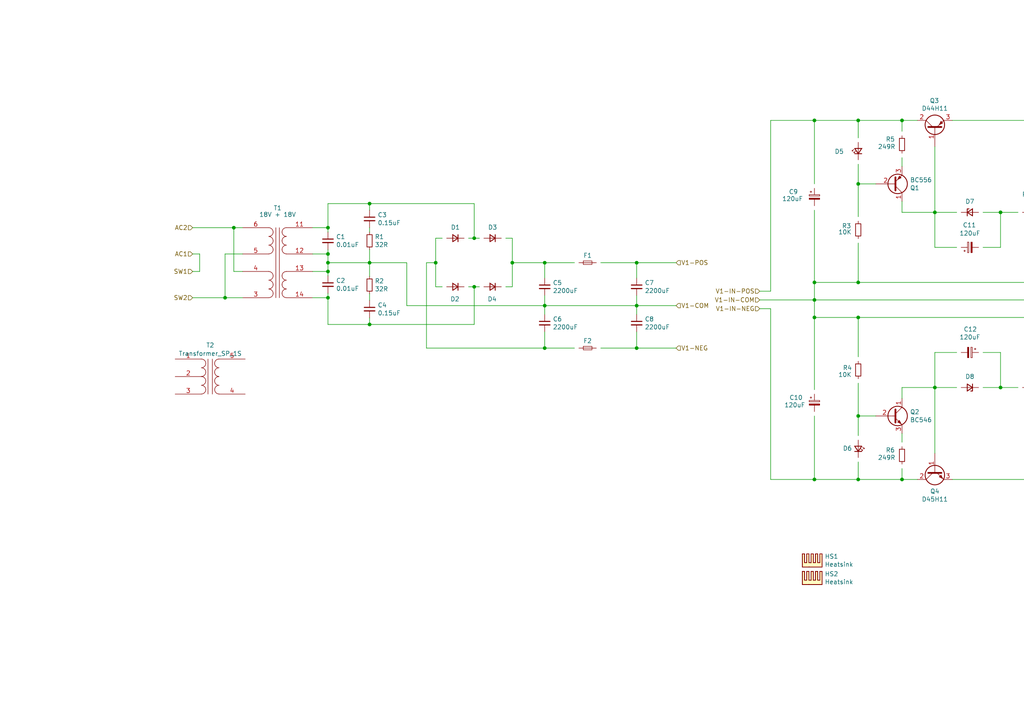
<source format=kicad_sch>
(kicad_sch (version 20230121) (generator eeschema)
  (paper "A4")
  (lib_symbols
    (symbol "Device:C_Polarized_Small" (pin_numbers hide) (pin_names (offset 0.254) hide)
      (property "Reference" "C" (at 0.254 1.778 0))
      (property "Value" "C_Polarized_Small" (at 0.254 -2.032 0))
      (symbol "C_Polarized_Small_0_1"
        (rectangle (start -1.524 -0.3048) (end 1.524 -0.6858) (fill (type outline)))
        (rectangle (start -1.524 0.6858) (end 1.524 0.3048))
        (polyline (pts (xy -1.27 1.524) (xy -0.762 1.524)))
        (polyline (pts (xy -1.016 1.27) (xy -1.016 1.778)))
      )
      (symbol "C_Polarized_Small_1_1"
        (pin passive line (at 0 2.54 270) (length 1.8542) (name "~") (number "1"))
        (pin passive line (at 0 -2.54 90) (length 1.8542) (name "~") (number "2"))
      )
    )
    (symbol "Device:C_Small" (pin_numbers hide) (pin_names (offset 0.254) hide)
      (property "Reference" "C" (at 0.254 1.778 0))
      (property "Value" "C_Small" (at 0.254 -2.032 0))
      (symbol "C_Small_0_1"
        (polyline (pts (xy -1.524 -0.508) (xy 1.524 -0.508)) (stroke (width 0.3302)))
        (polyline (pts (xy -1.524 0.508) (xy 1.524 0.508)) (stroke (width 0.3048)))
      )
      (symbol "C_Small_1_1"
        (pin passive line (at 0 2.54 270) (length 2.032) (name "~") (number "1"))
        (pin passive line (at 0 -2.54 90) (length 2.032) (name "~") (number "2"))
      )
    )
    (symbol "Device:D_Small" (pin_numbers hide) (pin_names (offset 0.254) hide)
      (property "Reference" "D" (at -1.27 2.032 0))
      (property "Value" "D_Small" (at -3.81 -2.032 0))
      (symbol "D_Small_0_1"
        (polyline (pts (xy -0.762 -1.016) (xy -0.762 1.016)) (stroke (width 0.254)))
        (polyline (pts (xy -0.762 0) (xy 0.762 0)))
        (polyline (pts (xy 0.762 -1.016) (xy -0.762 0) (xy 0.762 1.016) (xy 0.762 -1.016)) (stroke (width 0.254)))
      )
      (symbol "D_Small_1_1"
        (pin passive line (at -2.54 0 0) (length 1.778) (name "K") (number "1"))
        (pin passive line (at 2.54 0 180) (length 1.778) (name "A") (number "2"))
      )
    )
    (symbol "Device:D_Zener_Small" (pin_numbers hide) (pin_names (offset 0.254) hide)
      (property "Reference" "D" (at 0 2.286 0))
      (property "Value" "D_Zener_Small" (at 0 -2.286 0))
      (symbol "D_Zener_Small_0_1"
        (polyline (pts (xy 0.762 0) (xy -0.762 0)))
        (polyline (pts (xy -0.254 1.016) (xy -0.762 1.016) (xy -0.762 -1.016)) (stroke (width 0.254)))
        (polyline (pts (xy 0.762 1.016) (xy -0.762 0) (xy 0.762 -1.016) (xy 0.762 1.016)) (stroke (width 0.254)))
      )
      (symbol "D_Zener_Small_1_1"
        (pin passive line (at -2.54 0 0) (length 1.778) (name "K") (number "1"))
        (pin passive line (at 2.54 0 180) (length 1.778) (name "A") (number "2"))
      )
    )
    (symbol "Device:Fuse_Small" (pin_numbers hide) (pin_names (offset 0.254) hide)
      (property "Reference" "F" (at 0 -1.524 0))
      (property "Value" "Fuse_Small" (at 0 1.524 0))
      (symbol "Fuse_Small_0_1"
        (rectangle (start -1.27 0.508) (end 1.27 -0.508))
        (polyline (pts (xy -1.27 0) (xy 1.27 0)))
      )
      (symbol "Fuse_Small_1_1"
        (pin passive line (at -2.54 0 0) (length 1.27) (name "~") (number "1"))
        (pin passive line (at 2.54 0 180) (length 1.27) (name "~") (number "2"))
      )
    )
    (symbol "Device:LED_Small" (pin_numbers hide) (pin_names (offset 0.254) hide)
      (property "Reference" "D" (at -1.27 3.175 0))
      (property "Value" "LED_Small" (at -4.445 -2.54 0))
      (symbol "LED_Small_0_1"
        (polyline (pts (xy -0.762 -1.016) (xy -0.762 1.016)) (stroke (width 0.254)))
        (polyline (pts (xy 1.016 0) (xy -0.762 0)))
        (polyline (pts (xy 0.762 -1.016) (xy -0.762 0) (xy 0.762 1.016) (xy 0.762 -1.016)) (stroke (width 0.254)))
        (polyline (pts (xy 0 0.762) (xy -0.508 1.27) (xy -0.254 1.27) (xy -0.508 1.27) (xy -0.508 1.016)))
        (polyline (pts (xy 0.508 1.27) (xy 0 1.778) (xy 0.254 1.778) (xy 0 1.778) (xy 0 1.524)))
      )
      (symbol "LED_Small_1_1"
        (pin passive line (at -2.54 0 0) (length 1.778) (name "K") (number "1"))
        (pin passive line (at 2.54 0 180) (length 1.778) (name "A") (number "2"))
      )
    )
    (symbol "Device:Q_NPN_BCE" (pin_names (offset 0) hide)
      (property "Reference" "Q" (at 5.08 1.27 0))
      (property "Value" "Q_NPN_BCE" (at 5.08 -1.27 0))
      (symbol "Q_NPN_BCE_0_1"
        (polyline (pts (xy 0.635 0.635) (xy 2.54 2.54)))
        (polyline (pts (xy 0.635 -0.635) (xy 2.54 -2.54) (xy 2.54 -2.54)))
        (polyline (pts (xy 0.635 1.905) (xy 0.635 -1.905) (xy 0.635 -1.905)) (stroke (width 0.508)))
        (polyline (pts (xy 1.27 -1.778) (xy 1.778 -1.27) (xy 2.286 -2.286) (xy 1.27 -1.778) (xy 1.27 -1.778)) (fill (type outline)))
        (circle (center 1.27 0) (radius 2.8194) (stroke (width 0.254)))
      )
      (symbol "Q_NPN_BCE_1_1"
        (pin input line (at -5.08 0 0) (length 5.715) (name "B") (number "1"))
        (pin passive line (at 2.54 5.08 270) (length 2.54) (name "C") (number "2"))
        (pin passive line (at 2.54 -5.08 90) (length 2.54) (name "E") (number "3"))
      )
    )
    (symbol "Device:Q_PNP_BCE" (pin_names (offset 0) hide)
      (property "Reference" "Q" (at 5.08 1.27 0))
      (property "Value" "Q_PNP_BCE" (at 5.08 -1.27 0))
      (symbol "Q_PNP_BCE_0_1"
        (polyline (pts (xy 0.635 0.635) (xy 2.54 2.54)))
        (polyline (pts (xy 0.635 -0.635) (xy 2.54 -2.54) (xy 2.54 -2.54)))
        (polyline (pts (xy 0.635 1.905) (xy 0.635 -1.905) (xy 0.635 -1.905)) (stroke (width 0.508)))
        (polyline (pts (xy 2.286 -1.778) (xy 1.778 -2.286) (xy 1.27 -1.27) (xy 2.286 -1.778) (xy 2.286 -1.778)) (fill (type outline)))
        (circle (center 1.27 0) (radius 2.8194) (stroke (width 0.254)))
      )
      (symbol "Q_PNP_BCE_1_1"
        (pin input line (at -5.08 0 0) (length 5.715) (name "B") (number "1"))
        (pin passive line (at 2.54 5.08 270) (length 2.54) (name "C") (number "2"))
        (pin passive line (at 2.54 -5.08 90) (length 2.54) (name "E") (number "3"))
      )
    )
    (symbol "Device:R_Small" (pin_numbers hide) (pin_names (offset 0.254) hide)
      (property "Reference" "R" (at 0.762 0.508 0))
      (property "Value" "R_Small" (at 0.762 -1.016 0))
      (symbol "R_Small_0_1"
        (rectangle (start -0.762 1.778) (end 0.762 -1.778) (stroke (width 0.2032)))
      )
      (symbol "R_Small_1_1"
        (pin passive line (at 0 2.54 270) (length 0.762) (name "~") (number "1"))
        (pin passive line (at 0 -2.54 90) (length 0.762) (name "~") (number "2"))
      )
    )
    (symbol "Device:Transformer_SP_1S" (pin_names (offset 1.016) hide)
      (property "Reference" "T" (at 0 6.35 0))
      (property "Value" "Transformer_SP_1S" (at 0 -7.62 0))
      (symbol "Transformer_SP_1S_0_1"
        (arc (start -2.54 -5.0546) (mid -1.6599 -4.6901) (end -1.27 -3.81))
        (arc (start -2.54 -2.5146) (mid -1.6599 -2.1501) (end -1.27 -1.27))
        (arc (start -2.54 0.0254) (mid -1.6599 0.3899) (end -1.27 1.27))
        (arc (start -2.54 2.5654) (mid -1.6599 2.9299) (end -1.27 3.81))
        (arc (start -1.27 -3.81) (mid -1.642 -2.912) (end -2.54 -2.54))
        (arc (start -1.27 -1.27) (mid -1.642 -0.372) (end -2.54 0))
        (arc (start -1.27 1.27) (mid -1.642 2.168) (end -2.54 2.54))
        (arc (start -1.27 3.81) (mid -1.642 4.708) (end -2.54 5.08))
        (polyline (pts (xy -0.635 5.08) (xy -0.635 -5.08)))
        (polyline (pts (xy 0.635 -5.08) (xy 0.635 5.08)))
        (arc (start 1.2954 -1.27) (mid 1.6599 -2.1501) (end 2.54 -2.5146))
        (arc (start 1.2954 1.27) (mid 1.6599 0.3899) (end 2.54 0.0254))
        (arc (start 1.2954 3.81) (mid 1.6599 2.9299) (end 2.54 2.5654))
        (arc (start 1.3208 -3.81) (mid 1.6853 -4.6901) (end 2.5654 -5.0546))
        (arc (start 2.54 0) (mid 1.642 -0.372) (end 1.2954 -1.27))
        (arc (start 2.54 2.54) (mid 1.642 2.168) (end 1.2954 1.27))
        (arc (start 2.54 5.08) (mid 1.642 4.708) (end 1.2954 3.81))
        (arc (start 2.5654 -2.54) (mid 1.6674 -2.912) (end 1.3208 -3.81))
      )
      (symbol "Transformer_SP_1S_1_1"
        (pin passive line (at -10.16 5.08 0) (length 7.62) (name "PR1") (number "1"))
        (pin passive line (at -10.16 0 0) (length 7.62) (name "PM") (number "2"))
        (pin passive line (at -10.16 -5.08 0) (length 7.62) (name "PR2") (number "3"))
        (pin passive line (at 10.16 -5.08 180) (length 7.62) (name "S1") (number "4"))
        (pin passive line (at 10.16 5.08 180) (length 7.62) (name "S2") (number "5"))
      )
    )
    (symbol "Mechanical:Heatsink" (pin_names (offset 1.016))
      (property "Reference" "HS" (at 0 5.08 0))
      (property "Value" "Heatsink" (at 0 -1.27 0))
      (symbol "Heatsink_0_1"
        (polyline (pts (xy -0.3302 1.27) (xy -0.9652 1.27) (xy -0.9652 3.81) (xy -1.6002 3.81) (xy -1.6002 1.27) (xy -2.2352 1.27) (xy -2.2352 3.81) (xy -2.8702 3.81) (xy -2.8702 0) (xy -0.9652 0)) (stroke (width 0.254)) (fill (type background)))
        (polyline (pts (xy -0.3302 1.27) (xy -0.3302 3.81) (xy 0.3048 3.81) (xy 0.3048 1.27) (xy 0.9398 1.27) (xy 0.9398 3.81) (xy 1.5748 3.81) (xy 1.5748 1.27) (xy 2.2098 1.27) (xy 2.2098 3.81) (xy 2.8448 3.81) (xy 2.8448 0) (xy -0.9652 0)) (stroke (width 0.254)) (fill (type background)))
      )
    )
    (symbol "Super-Regulator-Combined-rescue:AD825ARZ" (pin_names (offset 0.127))
      (property "Reference" "U" (at 0 6.35 0))
      (property "Value" "AD825ARZ" (at 0 3.81 0))
      (symbol "AD825ARZ_0_1"
        (polyline (pts (xy -5.08 5.08) (xy 5.08 0) (xy -5.08 -5.08) (xy -5.08 5.08)) (stroke (width 0.254)) (fill (type background)))
      )
      (symbol "AD825ARZ_1_1"
        (pin input line (at -7.62 -2.54 0) (length 2.54) (name "-") (number "2"))
        (pin input line (at -7.62 2.54 0) (length 2.54) (name "+") (number "3"))
        (pin power_in line (at -2.54 -7.62 90) (length 3.81) (name "V-") (number "4"))
        (pin output line (at 7.62 0 180) (length 2.54) (name "~") (number "6"))
        (pin power_in line (at -2.54 7.62 270) (length 3.81) (name "V+") (number "7"))
      )
    )
    (symbol "Super-Regulator-Combined-rescue:LM329Z" (pin_names (offset 0.0254) hide)
      (property "Reference" "U" (at 0 2.54 0))
      (property "Value" "LM329Z" (at 0 -3.175 0))
      (symbol "LM329Z_0_1"
        (polyline (pts (xy -1.27 0) (xy 0 0) (xy 1.27 0)))
        (polyline (pts (xy -1.27 -1.27) (xy 0.635 0) (xy -1.27 1.27) (xy -1.27 -1.27)) (stroke (width 0.2032)))
        (polyline (pts (xy 0 -1.27) (xy 0.635 -1.27) (xy 0.635 1.27) (xy 1.27 1.27)) (stroke (width 0.2032)))
      )
      (symbol "LM329Z_1_1"
        (pin passive line (at 3.81 0 180) (length 2.54) (name "K") (number "2"))
        (pin passive line (at -3.81 0 0) (length 2.54) (name "A") (number "3"))
      )
    )
    (symbol "Super-Regulator-Combined-rescue:TalemaTransformer" (pin_names (offset 1.016) hide)
      (property "Reference" "T" (at 0 12.7 0))
      (property "Value" "TalemaTransformer" (at 0 -12.7 0))
      (symbol "TalemaTransformer_1_1"
        (arc (start -2.54 -10.1346) (mid -1.6599 -9.7701) (end -1.2954 -8.89))
        (arc (start -2.54 -7.5946) (mid -1.6599 -7.2301) (end -1.2954 -6.35))
        (arc (start -2.54 -5.0546) (mid -1.6599 -4.6901) (end -1.2954 -3.81))
        (arc (start -2.54 2.5654) (mid -1.6599 2.9299) (end -1.2954 3.81))
        (arc (start -2.54 5.1054) (mid -1.6599 5.4699) (end -1.2954 6.35))
        (arc (start -2.54 7.6454) (mid -1.6599 8.0099) (end -1.2954 8.89))
        (arc (start -1.2954 -8.89) (mid -1.6599 -8.0099) (end -2.54 -7.62))
        (arc (start -1.2954 -6.35) (mid -1.6599 -5.4699) (end -2.54 -5.08))
        (arc (start -1.2954 -3.81) (mid -1.6599 -2.9299) (end -2.54 -2.54))
        (arc (start -1.2954 3.81) (mid -1.6599 4.6901) (end -2.54 5.08))
        (arc (start -1.2954 6.35) (mid -1.6599 7.2301) (end -2.54 7.62))
        (arc (start -1.2954 8.89) (mid -1.6599 9.7701) (end -2.54 10.16))
        (polyline (pts (xy -0.508 -10.16) (xy -0.508 10.16)))
        (polyline (pts (xy 0.508 10.16) (xy 0.508 -10.16)))
        (arc (start 1.2954 -8.89) (mid 1.6599 -9.7701) (end 2.54 -10.1346))
        (arc (start 1.2954 -6.35) (mid 1.6599 -7.2301) (end 2.54 -7.5946))
        (arc (start 1.2954 -3.81) (mid 1.6599 -4.6901) (end 2.54 -5.0546))
        (arc (start 1.2954 3.81) (mid 1.6599 2.9299) (end 2.54 2.5654))
        (arc (start 1.2954 6.35) (mid 1.6599 5.4699) (end 2.54 5.1054))
        (arc (start 1.2954 8.89) (mid 1.6599 8.0099) (end 2.54 7.6454))
        (arc (start 2.54 -7.62) (mid 1.642 -7.992) (end 1.2954 -8.89))
        (arc (start 2.54 -5.08) (mid 1.642 -5.452) (end 1.2954 -6.35))
        (arc (start 2.54 -2.54) (mid 1.642 -2.912) (end 1.2954 -3.81))
        (arc (start 2.54 5.08) (mid 1.642 4.708) (end 1.2954 3.81))
        (arc (start 2.54 7.62) (mid 1.642 7.248) (end 1.2954 6.35))
        (arc (start 2.54 10.16) (mid 1.642 9.788) (end 1.2954 8.89))
        (pin passive line (at 10.16 10.16 180) (length 7.62) (name "OUT1A") (number "11"))
        (pin passive line (at 10.16 2.54 180) (length 7.62) (name "OUT1B") (number "12"))
        (pin passive line (at 10.16 -2.54 180) (length 7.62) (name "OUT2A") (number "13"))
        (pin passive line (at 10.16 -10.16 180) (length 7.62) (name "OUT2B") (number "14"))
        (pin passive line (at -10.16 -10.16 0) (length 7.62) (name "IN2B") (number "3"))
        (pin passive line (at -10.16 -2.54 0) (length 7.62) (name "IN2A") (number "4"))
        (pin passive line (at -10.16 2.54 0) (length 7.62) (name "IN1B") (number "5"))
        (pin passive line (at -10.16 10.16 0) (length 7.62) (name "IN1A") (number "6"))
      )
    )
    (symbol "Transistor_BJT:BC546" (pin_names (offset 0) hide)
      (property "Reference" "Q" (at 5.08 1.905 0))
      (property "Value" "BC546" (at 5.08 0 0))
      (symbol "BC546_0_1"
        (polyline (pts (xy 0 0) (xy 0.635 0)))
        (polyline (pts (xy 0.635 0.635) (xy 2.54 2.54)))
        (polyline (pts (xy 0.635 -0.635) (xy 2.54 -2.54) (xy 2.54 -2.54)))
        (polyline (pts (xy 0.635 1.905) (xy 0.635 -1.905) (xy 0.635 -1.905)) (stroke (width 0.508)))
        (polyline (pts (xy 1.27 -1.778) (xy 1.778 -1.27) (xy 2.286 -2.286) (xy 1.27 -1.778) (xy 1.27 -1.778)) (fill (type outline)))
        (circle (center 1.27 0) (radius 2.8194) (stroke (width 0.254)))
      )
      (symbol "BC546_1_1"
        (pin passive line (at 2.54 5.08 270) (length 2.54) (name "C") (number "1"))
        (pin input line (at -5.08 0 0) (length 5.08) (name "B") (number "2"))
        (pin passive line (at 2.54 -5.08 90) (length 2.54) (name "E") (number "3"))
      )
    )
    (symbol "Transistor_BJT:BC556" (pin_names (offset 0) hide)
      (property "Reference" "Q" (at 5.08 1.905 0))
      (property "Value" "BC556" (at 5.08 0 0))
      (symbol "BC556_0_1"
        (polyline (pts (xy 0.635 0.635) (xy 2.54 2.54)))
        (polyline (pts (xy 0.635 -0.635) (xy 2.54 -2.54) (xy 2.54 -2.54)))
        (polyline (pts (xy 0.635 1.905) (xy 0.635 -1.905) (xy 0.635 -1.905)) (stroke (width 0.508)))
        (polyline (pts (xy 2.286 -1.778) (xy 1.778 -2.286) (xy 1.27 -1.27) (xy 2.286 -1.778) (xy 2.286 -1.778)) (fill (type outline)))
        (circle (center 1.27 0) (radius 2.8194) (stroke (width 0.254)))
      )
      (symbol "BC556_1_1"
        (pin passive line (at 2.54 5.08 270) (length 2.54) (name "C") (number "1"))
        (pin input line (at -5.08 0 0) (length 5.715) (name "B") (number "2"))
        (pin passive line (at 2.54 -5.08 90) (length 2.54) (name "E") (number "3"))
      )
    )
  )
  (junction (at 414.02 94.615))
  (junction (at 431.8 89.535))
  (junction (at 65.278 86.36))
  (junction (at 261.62 34.925))
  (junction (at 384.81 42.545))
  (junction (at 337.82 139.065))
  (junction (at 107.188 76.2))
  (junction (at 148.59 76.2))
  (junction (at 95.123 86.36))
  (junction (at 414.02 86.995))
  (junction (at 271.145 61.595))
  (junction (at 369.57 42.545))
  (junction (at 248.92 81.915))
  (junction (at 414.02 79.375))
  (junction (at 157.988 100.965))
  (junction (at 428.625 122.555))
  (junction (at 322.58 81.915))
  (junction (at 248.92 120.65))
  (junction (at 107.188 59.055))
  (junction (at 271.145 112.395))
  (junction (at 428.625 51.435))
  (junction (at 322.58 92.075))
  (junction (at 236.22 34.925))
  (junction (at 95.123 66.04))
  (junction (at 236.22 92.075))
  (junction (at 384.81 131.445))
  (junction (at 431.8 84.455))
  (junction (at 95.123 73.66))
  (junction (at 392.43 65.405))
  (junction (at 384.81 94.615))
  (junction (at 95.123 78.74))
  (junction (at 322.58 34.925))
  (junction (at 184.658 88.646))
  (junction (at 184.658 100.965))
  (junction (at 261.62 139.065))
  (junction (at 248.92 139.065))
  (junction (at 137.541 69.088))
  (junction (at 414.02 122.555))
  (junction (at 392.43 94.615))
  (junction (at 403.606 51.435))
  (junction (at 290.195 112.395))
  (junction (at 322.58 139.065))
  (junction (at 290.195 61.595))
  (junction (at 95.123 76.2))
  (junction (at 236.22 86.995))
  (junction (at 337.82 34.925))
  (junction (at 184.658 76.2))
  (junction (at 384.81 79.375))
  (junction (at 248.92 53.34))
  (junction (at 392.43 108.585))
  (junction (at 236.22 139.065))
  (junction (at 392.43 79.375))
  (junction (at 414.02 51.435))
  (junction (at 403.606 122.555))
  (junction (at 248.92 34.925))
  (junction (at 107.188 94.107))
  (junction (at 137.541 83.185))
  (junction (at 157.988 76.2))
  (junction (at 236.22 81.915))
  (junction (at 157.988 88.646))
  (junction (at 369.57 131.445))
  (junction (at 248.92 92.075))
  (junction (at 126.365 76.2))
  (junction (at 67.818 66.04))
  (wire (pts (xy 248.92 40.005) (xy 248.92 34.925)))
  (wire (pts (xy 277.495 112.395) (xy 271.145 112.395)))
  (wire (pts (xy 65.278 73.66) (xy 70.358 73.66)))
  (wire (pts (xy 285.115 112.395) (xy 290.195 112.395)))
  (wire (pts (xy 137.541 69.088) (xy 139.065 69.088)))
  (wire (pts (xy 236.22 60.96) (xy 236.22 81.915)))
  (wire (pts (xy 70.358 66.04) (xy 67.818 66.04)))
  (wire (pts (xy 428.625 51.435) (xy 428.625 42.545)))
  (wire (pts (xy 337.82 34.925) (xy 431.8 34.925)))
  (wire (pts (xy 392.43 108.585) (xy 392.43 106.045)))
  (wire (pts (xy 95.123 67.31) (xy 95.123 66.04)))
  (wire (pts (xy 95.123 78.74) (xy 95.123 76.2)))
  (wire (pts (xy 65.278 73.66) (xy 65.278 86.36)))
  (wire (pts (xy 248.92 92.075) (xy 322.58 92.075)))
  (wire (pts (xy 439.42 89.535) (xy 431.8 89.535)))
  (wire (pts (xy 392.43 62.865) (xy 392.43 65.405)))
  (wire (pts (xy 157.988 91.186) (xy 157.988 88.646)))
  (wire (pts (xy 107.188 76.2) (xy 107.188 80.137)))
  (wire (pts (xy 157.988 76.2) (xy 166.624 76.2)))
  (wire (pts (xy 57.912 78.74) (xy 57.912 73.66)))
  (wire (pts (xy 337.82 123.825) (xy 337.82 92.075)))
  (wire (pts (xy 271.145 102.235) (xy 271.145 112.395)))
  (wire (pts (xy 107.188 92.202) (xy 107.188 94.107)))
  (wire (pts (xy 322.58 92.075) (xy 337.82 92.075)))
  (wire (pts (xy 414.02 51.435) (xy 417.83 51.435)))
  (wire (pts (xy 384.81 62.23) (xy 384.81 79.375)))
  (wire (pts (xy 123.698 100.965) (xy 157.988 100.965)))
  (wire (pts (xy 128.27 69.088) (xy 126.365 69.088)))
  (wire (pts (xy 337.82 139.065) (xy 431.8 139.065)))
  (wire (pts (xy 392.43 94.615) (xy 414.02 94.615)))
  (wire (pts (xy 254 53.34) (xy 248.92 53.34)))
  (wire (pts (xy 431.8 84.455) (xy 439.42 84.455)))
  (wire (pts (xy 223.52 84.455) (xy 220.345 84.455)))
  (wire (pts (xy 65.278 86.36) (xy 70.358 86.36)))
  (wire (pts (xy 369.57 114.935) (xy 369.57 94.615)))
  (wire (pts (xy 392.43 75.565) (xy 392.43 79.375)))
  (wire (pts (xy 403.606 55.245) (xy 403.606 51.435)))
  (wire (pts (xy 327.66 109.855) (xy 342.9 109.855)))
  (wire (pts (xy 369.57 42.545) (xy 373.38 42.545)))
  (wire (pts (xy 157.988 96.266) (xy 157.988 100.965)))
  (wire (pts (xy 236.22 81.915) (xy 236.22 86.995)))
  (wire (pts (xy 322.58 139.065) (xy 337.82 139.065)))
  (wire (pts (xy 277.495 61.595) (xy 271.145 61.595)))
  (wire (pts (xy 392.43 98.425) (xy 392.43 94.615)))
  (wire (pts (xy 184.658 88.646) (xy 157.988 88.646)))
  (wire (pts (xy 184.658 88.646) (xy 196.088 88.646)))
  (wire (pts (xy 55.88 66.04) (xy 67.818 66.04)))
  (wire (pts (xy 261.62 61.595) (xy 271.145 61.595)))
  (wire (pts (xy 369.57 94.615) (xy 384.81 94.615)))
  (wire (pts (xy 184.658 91.186) (xy 184.658 88.646)))
  (wire (pts (xy 322.58 81.915) (xy 337.82 81.915)))
  (wire (pts (xy 285.115 61.595) (xy 290.195 61.595)))
  (wire (pts (xy 107.188 94.107) (xy 95.123 94.107)))
  (wire (pts (xy 248.92 126.365) (xy 248.92 120.65)))
  (wire (pts (xy 266.065 34.925) (xy 261.62 34.925)))
  (wire (pts (xy 428.625 131.445) (xy 396.24 131.445)))
  (wire (pts (xy 248.92 53.34) (xy 248.92 62.865)))
  (wire (pts (xy 381 42.545) (xy 384.81 42.545)))
  (wire (pts (xy 414.02 67.945) (xy 414.02 79.375)))
  (wire (pts (xy 428.625 84.455) (xy 431.8 84.455)))
  (wire (pts (xy 261.62 45.72) (xy 261.62 48.26)))
  (wire (pts (xy 135.89 69.088) (xy 137.541 69.088)))
  (wire (pts (xy 403.606 118.745) (xy 403.606 122.555)))
  (wire (pts (xy 184.658 100.965) (xy 196.088 100.965)))
  (wire (pts (xy 369.57 131.445) (xy 373.38 131.445)))
  (wire (pts (xy 358.14 57.785) (xy 358.14 42.545)))
  (wire (pts (xy 248.92 34.925) (xy 236.22 34.925)))
  (wire (pts (xy 337.82 131.445) (xy 337.82 139.065)))
  (wire (pts (xy 327.66 59.055) (xy 344.17 59.055)))
  (wire (pts (xy 95.123 73.66) (xy 95.123 72.39)))
  (wire (pts (xy 392.43 111.125) (xy 392.43 108.585)))
  (wire (pts (xy 431.8 89.535) (xy 431.8 139.065)))
  (wire (pts (xy 184.658 76.2) (xy 196.088 76.2)))
  (wire (pts (xy 392.43 122.555) (xy 403.606 122.555)))
  (wire (pts (xy 403.606 51.435) (xy 414.02 51.435)))
  (wire (pts (xy 369.57 79.375) (xy 384.81 79.375)))
  (wire (pts (xy 135.89 83.185) (xy 137.541 83.185)))
  (wire (pts (xy 236.22 34.925) (xy 223.52 34.925)))
  (wire (pts (xy 236.22 139.065) (xy 223.52 139.065)))
  (wire (pts (xy 117.983 76.2) (xy 117.983 88.646)))
  (wire (pts (xy 107.188 87.122) (xy 107.188 85.217)))
  (wire (pts (xy 95.123 94.107) (xy 95.123 86.36)))
  (wire (pts (xy 384.81 79.375) (xy 392.43 79.375)))
  (wire (pts (xy 174.244 76.2) (xy 184.658 76.2)))
  (wire (pts (xy 392.43 118.745) (xy 392.43 122.555)))
  (wire (pts (xy 344.17 114.935) (xy 344.17 108.585)))
  (wire (pts (xy 248.92 81.915) (xy 322.58 81.915)))
  (wire (pts (xy 107.188 60.96) (xy 107.188 59.055)))
  (wire (pts (xy 425.45 122.555) (xy 428.625 122.555)))
  (wire (pts (xy 414.02 79.375) (xy 414.02 86.995)))
  (wire (pts (xy 126.365 76.2) (xy 123.698 76.2)))
  (wire (pts (xy 392.43 79.375) (xy 414.02 79.375)))
  (wire (pts (xy 369.57 59.055) (xy 369.57 79.375)))
  (wire (pts (xy 392.43 55.245) (xy 392.43 51.435)))
  (wire (pts (xy 248.92 103.505) (xy 248.92 92.075)))
  (wire (pts (xy 431.8 89.535) (xy 428.625 89.535)))
  (wire (pts (xy 266.065 139.065) (xy 261.62 139.065)))
  (wire (pts (xy 392.43 108.585) (xy 403.606 108.585)))
  (wire (pts (xy 428.625 42.545) (xy 396.24 42.545)))
  (wire (pts (xy 358.14 116.205) (xy 358.14 131.445)))
  (wire (pts (xy 236.22 86.995) (xy 414.02 86.995)))
  (wire (pts (xy 342.9 109.855) (xy 342.9 116.205)))
  (wire (pts (xy 392.43 65.405) (xy 403.606 65.405)))
  (wire (pts (xy 261.62 34.925) (xy 261.62 38.1)))
  (wire (pts (xy 344.17 59.055) (xy 344.17 57.785)))
  (wire (pts (xy 428.625 122.555) (xy 428.625 131.445)))
  (wire (pts (xy 236.22 113.03) (xy 236.22 92.075)))
  (wire (pts (xy 95.123 86.36) (xy 95.123 85.09)))
  (wire (pts (xy 223.52 89.535) (xy 223.52 139.065)))
  (wire (pts (xy 384.81 54.61) (xy 384.81 42.545)))
  (wire (pts (xy 344.17 65.405) (xy 392.43 65.405)))
  (wire (pts (xy 90.678 78.74) (xy 95.123 78.74)))
  (wire (pts (xy 431.8 34.925) (xy 431.8 84.455)))
  (wire (pts (xy 137.541 83.185) (xy 139.065 83.185)))
  (wire (pts (xy 236.22 81.915) (xy 248.92 81.915)))
  (wire (pts (xy 184.658 96.266) (xy 184.658 100.965)))
  (wire (pts (xy 327.66 114.935) (xy 344.17 114.935)))
  (wire (pts (xy 261.62 115.57) (xy 261.62 112.395)))
  (wire (pts (xy 157.988 88.646) (xy 157.988 85.725)))
  (wire (pts (xy 261.62 128.27) (xy 261.62 125.73)))
  (wire (pts (xy 223.52 34.925) (xy 223.52 84.455)))
  (wire (pts (xy 137.541 59.055) (xy 137.541 69.088)))
  (wire (pts (xy 95.123 66.04) (xy 95.123 59.055)))
  (wire (pts (xy 271.145 61.595) (xy 271.145 42.545)))
  (wire (pts (xy 337.82 42.545) (xy 337.82 34.925)))
  (wire (pts (xy 90.678 86.36) (xy 95.123 86.36)))
  (wire (pts (xy 384.81 42.545) (xy 388.62 42.545)))
  (wire (pts (xy 95.123 59.055) (xy 107.188 59.055)))
  (wire (pts (xy 337.82 50.165) (xy 337.82 81.915)))
  (wire (pts (xy 290.195 61.595) (xy 295.275 61.595)))
  (wire (pts (xy 236.22 53.34) (xy 236.22 34.925)))
  (wire (pts (xy 290.195 71.755) (xy 285.115 71.755)))
  (wire (pts (xy 290.195 112.395) (xy 295.275 112.395)))
  (wire (pts (xy 277.495 102.235) (xy 271.145 102.235)))
  (wire (pts (xy 369.57 131.445) (xy 369.57 122.555)))
  (wire (pts (xy 107.188 59.055) (xy 137.541 59.055)))
  (wire (pts (xy 248.92 47.625) (xy 248.92 53.34)))
  (wire (pts (xy 107.188 94.107) (xy 137.541 94.107)))
  (wire (pts (xy 148.59 69.088) (xy 148.59 76.2)))
  (wire (pts (xy 107.188 76.2) (xy 117.983 76.2)))
  (wire (pts (xy 392.43 65.405) (xy 392.43 67.945)))
  (wire (pts (xy 55.88 78.74) (xy 57.912 78.74)))
  (wire (pts (xy 290.195 112.395) (xy 290.195 102.235)))
  (wire (pts (xy 276.225 139.065) (xy 322.58 139.065)))
  (wire (pts (xy 146.685 69.088) (xy 148.59 69.088)))
  (wire (pts (xy 403.606 65.405) (xy 403.606 62.865)))
  (wire (pts (xy 236.22 120.65) (xy 236.22 139.065)))
  (wire (pts (xy 381 131.445) (xy 384.81 131.445)))
  (wire (pts (xy 290.195 102.235) (xy 285.115 102.235)))
  (wire (pts (xy 123.698 76.2) (xy 123.698 100.965)))
  (wire (pts (xy 414.02 113.665) (xy 414.02 122.555)))
  (wire (pts (xy 384.81 94.615) (xy 392.43 94.615)))
  (wire (pts (xy 358.14 131.445) (xy 369.57 131.445)))
  (wire (pts (xy 261.62 139.065) (xy 261.62 135.89)))
  (wire (pts (xy 148.59 76.2) (xy 148.59 83.185)))
  (wire (pts (xy 148.59 83.185) (xy 146.685 83.185)))
  (wire (pts (xy 184.658 88.646) (xy 184.658 85.725)))
  (wire (pts (xy 95.123 76.2) (xy 95.123 73.66)))
  (wire (pts (xy 403.606 122.555) (xy 414.02 122.555)))
  (wire (pts (xy 344.17 65.405) (xy 344.17 64.135)))
  (wire (pts (xy 369.57 42.545) (xy 369.57 51.435)))
  (wire (pts (xy 322.58 120.015) (xy 322.58 139.065)))
  (wire (pts (xy 271.145 112.395) (xy 271.145 131.445)))
  (wire (pts (xy 384.81 118.745) (xy 384.81 131.445)))
  (wire (pts (xy 55.88 73.66) (xy 57.912 73.66)))
  (wire (pts (xy 290.195 61.595) (xy 290.195 71.755)))
  (wire (pts (xy 302.895 61.595) (xy 312.42 61.595)))
  (wire (pts (xy 428.625 51.435) (xy 428.625 84.455)))
  (wire (pts (xy 174.244 100.965) (xy 184.658 100.965)))
  (wire (pts (xy 95.123 80.01) (xy 95.123 78.74)))
  (wire (pts (xy 322.58 69.215) (xy 322.58 81.915)))
  (wire (pts (xy 236.22 86.995) (xy 236.22 92.075)))
  (wire (pts (xy 220.345 89.535) (xy 223.52 89.535)))
  (wire (pts (xy 342.9 116.205) (xy 358.14 116.205)))
  (wire (pts (xy 428.625 89.535) (xy 428.625 122.555)))
  (wire (pts (xy 261.62 34.925) (xy 248.92 34.925)))
  (wire (pts (xy 261.62 112.395) (xy 271.145 112.395)))
  (wire (pts (xy 184.658 80.645) (xy 184.658 76.2)))
  (wire (pts (xy 344.17 57.785) (xy 358.14 57.785)))
  (wire (pts (xy 392.43 51.435) (xy 403.606 51.435)))
  (wire (pts (xy 254 120.65) (xy 248.92 120.65)))
  (wire (pts (xy 148.59 76.2) (xy 157.988 76.2)))
  (wire (pts (xy 67.818 78.74) (xy 70.358 78.74)))
  (wire (pts (xy 414.02 86.995) (xy 439.42 86.995)))
  (wire (pts (xy 67.818 66.04) (xy 67.818 78.74)))
  (wire (pts (xy 358.14 42.545) (xy 369.57 42.545)))
  (wire (pts (xy 344.17 64.135) (xy 327.66 64.135)))
  (wire (pts (xy 322.58 104.775) (xy 322.58 92.075)))
  (wire (pts (xy 322.58 34.925) (xy 337.82 34.925)))
  (wire (pts (xy 271.145 71.755) (xy 271.145 61.595)))
  (wire (pts (xy 414.02 60.325) (xy 414.02 51.435)))
  (wire (pts (xy 414.02 94.615) (xy 414.02 86.995)))
  (wire (pts (xy 276.225 34.925) (xy 322.58 34.925)))
  (wire (pts (xy 95.123 66.04) (xy 90.678 66.04)))
  (wire (pts (xy 236.22 92.075) (xy 248.92 92.075)))
  (wire (pts (xy 126.365 69.088) (xy 126.365 76.2)))
  (wire (pts (xy 261.62 139.065) (xy 248.92 139.065)))
  (wire (pts (xy 95.123 76.2) (xy 107.188 76.2)))
  (wire (pts (xy 248.92 120.65) (xy 248.92 111.125)))
  (wire (pts (xy 65.278 86.36) (xy 55.88 86.36)))
  (wire (pts (xy 248.92 133.985) (xy 248.92 139.065)))
  (wire (pts (xy 126.365 83.185) (xy 128.27 83.185)))
  (wire (pts (xy 403.606 108.585) (xy 403.606 111.125)))
  (wire (pts (xy 107.188 67.31) (xy 107.188 66.04)))
  (wire (pts (xy 414.02 106.045) (xy 414.02 94.615)))
  (wire (pts (xy 117.983 88.646) (xy 157.988 88.646)))
  (wire (pts (xy 248.92 70.485) (xy 248.92 81.915)))
  (wire (pts (xy 414.02 122.555) (xy 417.83 122.555)))
  (wire (pts (xy 220.345 86.995) (xy 236.22 86.995)))
  (wire (pts (xy 322.58 53.975) (xy 322.58 34.925)))
  (wire (pts (xy 248.92 139.065) (xy 236.22 139.065)))
  (wire (pts (xy 302.895 112.395) (xy 312.42 112.395)))
  (wire (pts (xy 107.188 72.39) (xy 107.188 76.2)))
  (wire (pts (xy 425.45 51.435) (xy 428.625 51.435)))
  (wire (pts (xy 137.541 83.185) (xy 137.541 94.107)))
  (wire (pts (xy 384.81 94.615) (xy 384.81 111.125)))
  (wire (pts (xy 90.678 73.66) (xy 95.123 73.66)))
  (wire (pts (xy 277.495 71.755) (xy 271.145 71.755)))
  (wire (pts (xy 384.81 131.445) (xy 388.62 131.445)))
  (wire (pts (xy 126.365 76.2) (xy 126.365 83.185)))
  (wire (pts (xy 261.62 58.42) (xy 261.62 61.595)))
  (wire (pts (xy 157.988 100.965) (xy 166.624 100.965)))
  (wire (pts (xy 157.988 80.645) (xy 157.988 76.2)))
  (wire (pts (xy 344.17 108.585) (xy 392.43 108.585)))
  (hierarchical_label "AC1" (shape input) (at 55.88 73.66 180))
  (hierarchical_label "SW1" (shape input) (at 55.88 78.74 180))
  (hierarchical_label "V1-IN-POS" (shape input) (at 220.345 84.455 180))
  (hierarchical_label "V1-OUT-COM" (shape input) (at 439.42 86.995 0))
  (hierarchical_label "V1-COM" (shape input) (at 196.088 88.646 0))
  (hierarchical_label "V1-NEG" (shape input) (at 196.088 100.965 0))
  (hierarchical_label "V1-POS" (shape input) (at 196.088 76.2 0))
  (hierarchical_label "V1-OUT-NEG" (shape input) (at 439.42 89.535 0))
  (hierarchical_label "V1-IN-COM" (shape input) (at 220.345 86.995 180))
  (hierarchical_label "V1-IN-NEG" (shape input) (at 220.345 89.535 180))
  (hierarchical_label "AC2" (shape input) (at 55.88 66.04 180))
  (hierarchical_label "SW2" (shape input) (at 55.88 86.36 180))
  (hierarchical_label "V1-OUT-POS" (shape input) (at 439.42 84.455 0))
  (symbol (lib_id "Device:R_Small") (at 299.085 112.395 270) (mirror x) (unit 1)
    (property "Reference" "R8" (at 296.672 106.934 90) (effects (justify left)))
    (property "Value" "10R" (at 297.18 109.22 90) (effects (justify left)))
    (property "Footprint" "Resistor_THT:R_Axial_DIN0207_L6.3mm_D2.5mm_P10.16mm_Horizontal" (effects hide))
  )
  (symbol (lib_id "Device:D_Zener_Small") (at 281.305 61.595 0) (unit 1)
    (property "Reference" "D7" (at 281.305 58.4454 0))
    (property "Value" "D_Zener_Small" (effects hide))
    (property "Footprint" "Diode_THT:D_DO-35_SOD27_P10.16mm_Horizontal" (effects hide))
  )
  (symbol (lib_id "Device:R_Small") (at 107.188 69.85 0) (unit 1)
    (property "Reference" "R1" (at 108.6866 68.6816 0) (effects (justify left)))
    (property "Value" "32R" (at 108.6866 70.993 0) (effects (justify left)))
    (property "Footprint" "Resistor_THT:R_Axial_DIN0207_L6.3mm_D2.5mm_P10.16mm_Horizontal" (effects hide))
  )
  (symbol (lib_id "Device:R_Small") (at 377.19 42.545 270) (unit 1)
    (property "Reference" "R9" (at 374.65 37.846 90) (effects (justify left)))
    (property "Value" "499R" (at 374.65 39.878 90) (effects (justify left)))
    (property "Footprint" "Resistor_THT:R_Axial_DIN0207_L6.3mm_D2.5mm_P10.16mm_Horizontal" (effects hide))
  )
  (symbol (lib_id "Transistor_BJT:BC546") (at 259.08 120.65 0) (unit 1)
    (property "Reference" "Q2" (at 263.9314 119.4816 0) (effects (justify left)))
    (property "Value" "BC546" (at 263.9314 121.793 0) (effects (justify left)))
    (property "Footprint" "Package_TO_SOT_THT:TO-92_Inline" (effects hide))
    (property "Datasheet" "http://www.fairchildsemi.com/ds/BC/BC547.pdf" (effects hide))
  )
  (symbol (lib_id "Device:R_Small") (at 421.64 51.435 270) (unit 1)
    (property "Reference" "R17" (at 419.1 46.482 90) (effects (justify left)))
    (property "Value" "100R" (at 419.1 48.514 90) (effects (justify left)))
    (property "Footprint" "Resistor_THT:R_Axial_DIN0207_L6.3mm_D2.5mm_P10.16mm_Horizontal" (effects hide))
  )
  (symbol (lib_id "Device:R_Small") (at 248.92 107.315 0) (mirror y) (unit 1)
    (property "Reference" "R4" (at 247.142 106.68 0) (effects (justify left)))
    (property "Value" "10K" (at 247.015 107.95 0) (effects (justify left top)))
    (property "Footprint" "Resistor_THT:R_Axial_DIN0207_L6.3mm_D2.5mm_P10.16mm_Horizontal" (effects hide))
  )
  (symbol (lib_id "Device:C_Small") (at 184.658 93.726 0) (unit 1)
    (property "Reference" "C8" (at 186.9948 92.5576 0) (effects (justify left)))
    (property "Value" "2200uF" (at 186.9948 94.869 0) (effects (justify left)))
    (property "Footprint" "Capacitor_THT:CP_Radial_D18.0mm_P7.50mm" (effects hide))
  )
  (symbol (lib_id "Device:R_Small") (at 421.64 122.555 270) (mirror x) (unit 1)
    (property "Reference" "R18" (at 419.1 117.348 90) (effects (justify left)))
    (property "Value" "100R" (at 419.1 119.38 90) (effects (justify left)))
    (property "Footprint" "Resistor_THT:R_Axial_DIN0207_L6.3mm_D2.5mm_P10.16mm_Horizontal" (effects hide))
  )
  (symbol (lib_id "Device:C_Polarized_Small") (at 236.22 57.15 0) (unit 1)
    (property "Reference" "C9" (at 230.124 55.626 0))
    (property "Value" "120uF" (at 229.87 57.658 0))
    (property "Footprint" "Capacitor_THT:CP_Radial_D10.0mm_P5.00mm" (effects hide))
  )
  (symbol (lib_id "Device:C_Polarized_Small") (at 281.305 71.755 90) (unit 1)
    (property "Reference" "C11" (at 281.178 65.278 90))
    (property "Value" "120uF" (at 281.305 67.6656 90))
    (property "Footprint" "Capacitor_THT:CP_Radial_D10.0mm_P5.00mm" (effects hide))
  )
  (symbol (lib_id "Device:D_Small") (at 349.25 61.595 90) (unit 1)
    (property "Reference" "D9" (at 346.71 68.072 90) (effects (justify right)))
    (property "Value" "D_Small" (effects hide))
    (property "Footprint" "Diode_THT:D_DO-35_SOD27_P10.16mm_Horizontal" (effects hide))
  )
  (symbol (lib_id "Super-Regulator-Combined-rescue:LM329Z") (at 384.81 114.935 270) (mirror x) (unit 1)
    (property "Reference" "D14" (at 377.19 114.046 90) (effects (justify left)))
    (property "Value" "LM329" (at 375.92 116.078 90) (effects (justify left)))
    (property "Footprint" "Package_TO_SOT_THT:TO-92_Inline" (effects hide))
  )
  (symbol (lib_id "Device:D_Small") (at 142.875 69.088 180) (unit 1)
    (property "Reference" "D3" (at 142.875 65.9384 0))
    (property "Value" "D_Small" (effects hide))
    (property "Footprint" "Diode_THT:D_DO-41_SOD81_P10.16mm_Horizontal" (effects hide))
  )
  (symbol (lib_id "Device:R_Small") (at 377.19 131.445 270) (mirror x) (unit 1)
    (property "Reference" "R10" (at 374.65 136.144 90) (effects (justify left)))
    (property "Value" "499R" (at 374.65 134.112 90) (effects (justify left)))
    (property "Footprint" "Resistor_THT:R_Axial_DIN0207_L6.3mm_D2.5mm_P10.16mm_Horizontal" (effects hide))
  )
  (symbol (lib_id "Device:Q_PNP_BCE") (at 271.145 37.465 90) (unit 1)
    (property "Reference" "Q3" (at 271.018 29.21 90))
    (property "Value" "D44H11" (at 271.145 31.4452 90))
    (property "Footprint" "Package_TO_SOT_THT:TO-220-3_Vertical" (effects hide))
  )
  (symbol (lib_id "Device:D_Small") (at 358.14 61.595 270) (unit 1)
    (property "Reference" "D11" (at 355.854 67.818 90) (effects (justify left)))
    (property "Value" "D_Small" (effects hide))
    (property "Footprint" "Diode_THT:D_DO-35_SOD27_P10.16mm_Horizontal" (effects hide))
  )
  (symbol (lib_id "Device:C_Small") (at 157.988 93.726 0) (unit 1)
    (property "Reference" "C6" (at 160.3248 92.5576 0) (effects (justify left)))
    (property "Value" "2200uF" (at 160.3248 94.869 0) (effects (justify left)))
    (property "Footprint" "Capacitor_THT:CP_Radial_D18.0mm_P7.50mm" (effects hide))
  )
  (symbol (lib_id "Device:D_Small") (at 358.14 112.395 270) (mirror x) (unit 1)
    (property "Reference" "D12" (at 355.6 106.172 90) (effects (justify left)))
    (property "Value" "D_Small" (effects hide))
    (property "Footprint" "Diode_THT:D_DO-35_SOD27_P10.16mm_Horizontal" (effects hide))
  )
  (symbol (lib_id "Device:C_Polarized_Small") (at 281.305 102.235 270) (unit 1)
    (property "Reference" "C12" (at 281.432 95.504 90))
    (property "Value" "120uF" (at 281.305 97.79 90))
    (property "Footprint" "Capacitor_THT:CP_Radial_D10.0mm_P5.00mm" (effects hide))
  )
  (symbol (lib_id "Device:R_Small") (at 392.43 114.935 0) (mirror x) (unit 1)
    (property "Reference" "R15" (at 394.335 114.3 0) (effects (justify left)))
    (property "Value" "1K" (at 394.335 116.205 0) (effects (justify left)))
    (property "Footprint" "Resistor_THT:R_Axial_DIN0207_L6.3mm_D2.5mm_P10.16mm_Horizontal" (effects hide))
  )
  (symbol (lib_id "Device:C_Small") (at 95.123 82.55 0) (unit 1)
    (property "Reference" "C2" (at 97.4598 81.3816 0) (effects (justify left)))
    (property "Value" "0.01uF" (at 97.4598 83.693 0) (effects (justify left)))
    (property "Footprint" "Capacitor_THT:C_Rect_L7.2mm_W2.5mm_P5.00mm_FKS2_FKP2_MKS2_MKP2" (effects hide))
  )
  (symbol (lib_id "Transistor_BJT:BC556") (at 259.08 53.34 0) (mirror x) (unit 1)
    (property "Reference" "Q1" (at 263.9314 54.5084 0) (effects (justify left)))
    (property "Value" "BC556" (at 263.9314 52.197 0) (effects (justify left)))
    (property "Footprint" "Package_TO_SOT_THT:TO-92_Inline" (effects hide))
    (property "Datasheet" "http://www.fairchildsemi.com/ds/BC/BC557.pdf" (effects hide))
  )
  (symbol (lib_id "Device:R_Small") (at 392.43 59.055 0) (unit 1)
    (property "Reference" "R12" (at 394.208 57.8866 0) (effects (justify left)))
    (property "Value" "1K" (at 394.208 60.198 0) (effects (justify left)))
    (property "Footprint" "Resistor_THT:R_Axial_DIN0207_L6.3mm_D2.5mm_P10.16mm_Horizontal" (effects hide))
  )
  (symbol (lib_id "Device:Transformer_SP_1S") (at 60.96 109.22 0) (unit 1)
    (property "Reference" "T2" (at 60.9727 100.1226 0))
    (property "Value" "Transformer_SP_1S" (at 60.9727 102.5468 0))
  )
  (symbol (lib_id "Device:R_Small") (at 392.43 42.545 270) (unit 1)
    (property "Reference" "R11" (at 389.89 37.846 90) (effects (justify left)))
    (property "Value" "4.99K" (at 389.636 39.878 90) (effects (justify left)))
    (property "Footprint" "Resistor_THT:R_Axial_DIN0207_L6.3mm_D2.5mm_P10.16mm_Horizontal" (effects hide))
  )
  (symbol (lib_id "Device:C_Small") (at 184.658 83.185 0) (unit 1)
    (property "Reference" "C7" (at 186.9948 82.0166 0) (effects (justify left)))
    (property "Value" "2200uF" (at 186.9948 84.328 0) (effects (justify left)))
    (property "Footprint" "Capacitor_THT:CP_Radial_D18.0mm_P7.50mm" (effects hide))
  )
  (symbol (lib_id "Device:C_Polarized_Small") (at 403.606 59.055 0) (unit 1)
    (property "Reference" "C17" (at 406.527 57.8866 0) (effects (justify left)))
    (property "Value" "120uF" (at 406.527 60.198 0) (effects (justify left)))
    (property "Footprint" "Capacitor_THT:CP_Radial_D10.0mm_P5.00mm" (effects hide))
  )
  (symbol (lib_id "Device:D_Small") (at 349.25 112.395 90) (mirror x) (unit 1)
    (property "Reference" "D10" (at 346.71 105.918 90) (effects (justify right)))
    (property "Value" "D_Small" (effects hide))
    (property "Footprint" "Diode_THT:D_DO-35_SOD27_P10.16mm_Horizontal" (effects hide))
  )
  (symbol (lib_id "Device:R_Small") (at 248.92 66.675 180) (unit 1)
    (property "Reference" "R3" (at 246.888 65.532 0) (effects (justify left)))
    (property "Value" "10K" (at 247.015 67.31 0) (effects (justify left)))
    (property "Footprint" "Resistor_THT:R_Axial_DIN0207_L6.3mm_D2.5mm_P10.16mm_Horizontal" (effects hide))
  )
  (symbol (lib_id "Device:C_Small") (at 414.02 109.855 0) (mirror x) (unit 1)
    (property "Reference" "C20" (at 422.91 108.966 0) (effects (justify right)))
    (property "Value" "100pF" (at 423.926 110.998 0) (effects (justify right)))
    (property "Footprint" "Capacitor_THT:C_Disc_D4.7mm_W2.5mm_P5.00mm" (effects hide))
  )
  (symbol (lib_id "Device:C_Small") (at 157.988 83.185 0) (unit 1)
    (property "Reference" "C5" (at 160.3248 82.0166 0) (effects (justify left)))
    (property "Value" "2200uF" (at 160.3248 84.328 0) (effects (justify left)))
    (property "Footprint" "Capacitor_THT:CP_Radial_D18.0mm_P7.50mm" (effects hide))
  )
  (symbol (lib_id "Device:R_Small") (at 392.43 102.235 0) (mirror x) (unit 1)
    (property "Reference" "R14" (at 394.335 101.6 0) (effects (justify left)))
    (property "Value" "1K" (at 394.335 103.505 0) (effects (justify left)))
    (property "Footprint" "Resistor_THT:R_Axial_DIN0207_L6.3mm_D2.5mm_P10.16mm_Horizontal" (effects hide))
  )
  (symbol (lib_id "Device:R_Small") (at 392.43 71.755 0) (unit 1)
    (property "Reference" "R13" (at 394.208 70.5866 0) (effects (justify left)))
    (property "Value" "1K" (at 394.208 72.898 0) (effects (justify left)))
    (property "Footprint" "Resistor_THT:R_Axial_DIN0207_L6.3mm_D2.5mm_P10.16mm_Horizontal" (effects hide))
  )
  (symbol (lib_id "Mechanical:Heatsink") (at 235.585 169.545 0) (unit 1)
    (property "Reference" "HS2" (at 239.1918 166.4716 0) (effects (justify left)))
    (property "Value" "Heatsink" (at 239.1918 168.783 0) (effects (justify left)))
    (property "Footprint" "Heatsink:Heatsink_Fischer_SK104-STCB_35x13mm__2xDrill3.5mm_ScrewM3" (effects hide))
  )
  (symbol (lib_id "Device:Fuse_Small") (at 170.434 100.965 0) (unit 1)
    (property "Reference" "F2" (at 170.434 98.8639 0))
    (property "Value" "Fuse_Small" (effects hide))
    (property "Footprint" "HP_Footprints:5x20mm-BK-1A3399-01-fuseholder" (effects hide))
  )
  (symbol (lib_id "Device:R_Small") (at 299.085 61.595 270) (unit 1)
    (property "Reference" "R7" (at 296.418 56.388 90) (effects (justify left)))
    (property "Value" "10R" (at 297.18 58.42 90) (effects (justify left)))
    (property "Footprint" "Resistor_THT:R_Axial_DIN0207_L6.3mm_D2.5mm_P10.16mm_Horizontal" (effects hide))
  )
  (symbol (lib_id "Device:C_Polarized_Small") (at 369.57 55.245 0) (unit 1)
    (property "Reference" "C15" (at 362.712 49.022 0) (effects (justify left)))
    (property "Value" "120uF" (at 361.696 51.308 0) (effects (justify left)))
    (property "Footprint" "Capacitor_THT:CP_Radial_D10.0mm_P5.00mm" (effects hide))
  )
  (symbol (lib_id "Device:R_Small") (at 261.62 132.08 0) (mirror y) (unit 1)
    (property "Reference" "R6" (at 259.588 130.556 0) (effects (justify left)))
    (property "Value" "249R" (at 259.715 132.715 0) (effects (justify left)))
    (property "Footprint" "Resistor_THT:R_Axial_DIN0207_L6.3mm_D2.5mm_P10.16mm_Horizontal" (effects hide))
  )
  (symbol (lib_id "Super-Regulator-Combined-rescue:AD825ARZ") (at 320.04 112.395 0) (mirror y) (unit 1)
    (property "Reference" "U2" (at 315.722 102.362 0))
    (property "Value" "AD825ARZ" (at 313.436 104.648 0))
    (property "Footprint" "Package_SO:SOIC-8_3.9x4.9mm_P1.27mm" (effects hide))
    (property "Datasheet" "http://www.ti.com/lit/ds/symlink/lm741.pdf" (effects hide))
  )
  (symbol (lib_id "Device:R_Small") (at 261.62 41.91 180) (unit 1)
    (property "Reference" "R5" (at 259.588 40.386 0) (effects (justify left)))
    (property "Value" "249R" (at 259.715 42.545 0) (effects (justify left)))
    (property "Footprint" "Resistor_THT:R_Axial_DIN0207_L6.3mm_D2.5mm_P10.16mm_Horizontal" (effects hide))
  )
  (symbol (lib_id "Device:C_Polarized_Small") (at 403.606 114.935 0) (unit 1)
    (property "Reference" "C18" (at 406.527 113.7666 0) (effects (justify left)))
    (property "Value" "120uF" (at 406.527 116.078 0) (effects (justify left)))
    (property "Footprint" "Capacitor_THT:CP_Radial_D10.0mm_P5.00mm" (effects hide))
  )
  (symbol (lib_id "Device:C_Polarized_Small") (at 369.57 118.745 0) (unit 1)
    (property "Reference" "C16" (at 363.474 112.776 0) (effects (justify left)))
    (property "Value" "120uF" (at 362.458 114.808 0) (effects (justify left)))
    (property "Footprint" "Capacitor_THT:CP_Radial_D10.0mm_P5.00mm" (effects hide))
  )
  (symbol (lib_id "Device:C_Small") (at 107.188 89.662 0) (unit 1)
    (property "Reference" "C4" (at 109.5248 88.4936 0) (effects (justify left)))
    (property "Value" "0.15uF" (at 109.5248 90.805 0) (effects (justify left)))
    (property "Footprint" "Capacitor_THT:C_Rect_L7.2mm_W3.5mm_P5.00mm_FKS2_FKP2_MKS2_MKP2" (effects hide))
  )
  (symbol (lib_id "Super-Regulator-Combined-rescue:AD825ARZ") (at 320.04 61.595 0) (mirror y) (unit 1)
    (property "Reference" "U1" (at 315.976 51.562 0))
    (property "Value" "AD825ARZ" (at 313.436 53.848 0))
    (property "Footprint" "Package_SO:SOIC-8_3.9x4.9mm_P1.27mm" (effects hide))
    (property "Datasheet" "http://www.ti.com/lit/ds/symlink/lm741.pdf" (effects hide))
  )
  (symbol (lib_id "Device:C_Polarized_Small") (at 236.22 116.84 0) (unit 1)
    (property "Reference" "C10" (at 230.886 115.316 0))
    (property "Value" "120uF" (at 230.505 117.475 0))
    (property "Footprint" "Capacitor_THT:CP_Radial_D10.0mm_P5.00mm" (effects hide))
  )
  (symbol (lib_id "Mechanical:Heatsink") (at 235.585 164.465 0) (unit 1)
    (property "Reference" "HS1" (at 239.1918 161.3916 0) (effects (justify left)))
    (property "Value" "Heatsink" (at 239.1918 163.703 0) (effects (justify left)))
    (property "Footprint" "Heatsink:Heatsink_Fischer_SK104-STCB_35x13mm__2xDrill3.5mm_ScrewM3" (effects hide))
  )
  (symbol (lib_id "Device:D_Small") (at 132.08 69.088 180) (unit 1)
    (property "Reference" "D1" (at 132.08 65.9384 0))
    (property "Value" "SB180" (effects hide))
    (property "Footprint" "Diode_THT:D_DO-41_SOD81_P10.16mm_Horizontal" (effects hide))
  )
  (symbol (lib_id "Device:R_Small") (at 107.188 82.677 0) (unit 1)
    (property "Reference" "R2" (at 108.6866 81.5086 0) (effects (justify left)))
    (property "Value" "32R" (at 108.6866 83.82 0) (effects (justify left)))
    (property "Footprint" "Resistor_THT:R_Axial_DIN0207_L6.3mm_D2.5mm_P10.16mm_Horizontal" (effects hide))
  )
  (symbol (lib_id "Device:D_Small") (at 142.875 83.185 180) (unit 1)
    (property "Reference" "D4" (at 142.748 86.741 0))
    (property "Value" "D_Small" (effects hide))
    (property "Footprint" "Diode_THT:D_DO-41_SOD81_P10.16mm_Horizontal" (effects hide))
  )
  (symbol (lib_id "Device:R_Small") (at 392.43 131.445 270) (mirror x) (unit 1)
    (property "Reference" "R16" (at 389.89 136.144 90) (effects (justify left)))
    (property "Value" "4.99K" (at 389.636 134.112 90) (effects (justify left)))
    (property "Footprint" "Resistor_THT:R_Axial_DIN0207_L6.3mm_D2.5mm_P10.16mm_Horizontal" (effects hide))
  )
  (symbol (lib_id "Device:D_Small") (at 132.08 83.185 180) (unit 1)
    (property "Reference" "D2" (at 131.953 86.741 0))
    (property "Value" "D_Small" (effects hide))
    (property "Footprint" "Diode_THT:D_DO-41_SOD81_P10.16mm_Horizontal" (effects hide))
  )
  (symbol (lib_id "Device:C_Polarized_Small") (at 337.82 46.355 0) (unit 1)
    (property "Reference" "C13" (at 340.741 45.1866 0) (effects (justify left)))
    (property "Value" "120uF" (at 340.741 47.498 0) (effects (justify left)))
    (property "Footprint" "Capacitor_THT:CP_Radial_D10.0mm_P5.00mm" (effects hide))
  )
  (symbol (lib_id "Device:C_Polarized_Small") (at 337.82 127.635 0) (unit 1)
    (property "Reference" "C14" (at 340.741 126.4666 0) (effects (justify left)))
    (property "Value" "120uF" (at 340.741 128.778 0) (effects (justify left)))
    (property "Footprint" "Capacitor_THT:CP_Radial_D10.0mm_P5.00mm" (effects hide))
  )
  (symbol (lib_id "Super-Regulator-Combined-rescue:TalemaTransformer") (at 80.518 76.2 0) (unit 1)
    (property "Reference" "T1" (at 80.518 60.325 0))
    (property "Value" "18V + 18V" (at 80.518 62.23 0))
    (property "Footprint" "Super-Regulator Combined Dual:Talema-25VA-Transformer" (effects hide))
  )
  (symbol (lib_id "Device:D_Zener_Small") (at 281.305 112.395 180) (unit 1)
    (property "Reference" "D8" (at 281.305 109.22 0))
    (property "Value" "D_Zener_Small" (effects hide))
    (property "Footprint" "Diode_THT:D_DO-35_SOD27_P10.16mm_Horizontal" (effects hide))
  )
  (symbol (lib_id "Device:C_Small") (at 107.188 63.5 0) (unit 1)
    (property "Reference" "C3" (at 109.5248 62.3316 0) (effects (justify left)))
    (property "Value" "0.15uF" (at 109.5248 64.643 0) (effects (justify left)))
    (property "Footprint" "Capacitor_THT:C_Rect_L7.2mm_W3.5mm_P5.00mm_FKS2_FKP2_MKS2_MKP2" (effects hide))
  )
  (symbol (lib_id "Device:LED_Small") (at 248.92 43.815 90) (unit 1)
    (property "Reference" "D5" (at 242.062 43.942 90) (effects (justify right)))
    (property "Value" "LED_Small" (effects hide))
    (property "Footprint" "LED_THT:LED_D3.0mm" (effects hide))
  )
  (symbol (lib_id "Device:LED_Small") (at 248.92 130.175 270) (mirror x) (unit 1)
    (property "Reference" "D6" (at 247.142 130.048 90) (effects (justify right)))
    (property "Value" "LED_Small" (effects hide))
    (property "Footprint" "LED_THT:LED_D3.0mm" (effects hide))
  )
  (symbol (lib_id "Super-Regulator-Combined-rescue:LM329Z") (at 384.81 58.42 270) (mirror x) (unit 1)
    (property "Reference" "D13" (at 377.19 57.658 90) (effects (justify left)))
    (property "Value" "LM329" (at 375.92 59.69 90) (effects (justify left)))
    (property "Footprint" "Package_TO_SOT_THT:TO-92_Inline" (effects hide))
  )
  (symbol (lib_id "Device:Q_NPN_BCE") (at 271.145 136.525 90) (mirror x) (unit 1)
    (property "Reference" "Q4" (at 271.145 142.494 90))
    (property "Value" "D45H11" (at 271.145 144.8054 90))
    (property "Footprint" "Package_TO_SOT_THT:TO-220-3_Vertical" (effects hide))
  )
  (symbol (lib_id "Device:C_Small") (at 95.123 69.85 0) (unit 1)
    (property "Reference" "C1" (at 97.4598 68.6816 0) (effects (justify left)))
    (property "Value" "0.01uF" (at 97.4598 70.993 0) (effects (justify left)))
    (property "Footprint" "Capacitor_THT:C_Rect_L7.2mm_W2.5mm_P5.00mm_FKS2_FKP2_MKS2_MKP2" (effects hide))
  )
  (symbol (lib_id "Device:C_Small") (at 414.02 64.135 0) (unit 1)
    (property "Reference" "C19" (at 416.941 62.9666 0) (effects (justify left)))
    (property "Value" "100pF" (at 416.941 65.278 0) (effects (justify left)))
    (property "Footprint" "Capacitor_THT:C_Disc_D4.7mm_W2.5mm_P5.00mm" (effects hide))
  )
  (symbol (lib_id "Device:Fuse_Small") (at 170.434 76.2 0) (unit 1)
    (property "Reference" "F1" (at 170.434 74.0989 0))
    (property "Value" "Fuse_Small" (effects hide))
    (property "Footprint" "HP_Footprints:5x20mm-BK-1A3399-01-fuseholder" (effects hide))
  )
)
</source>
